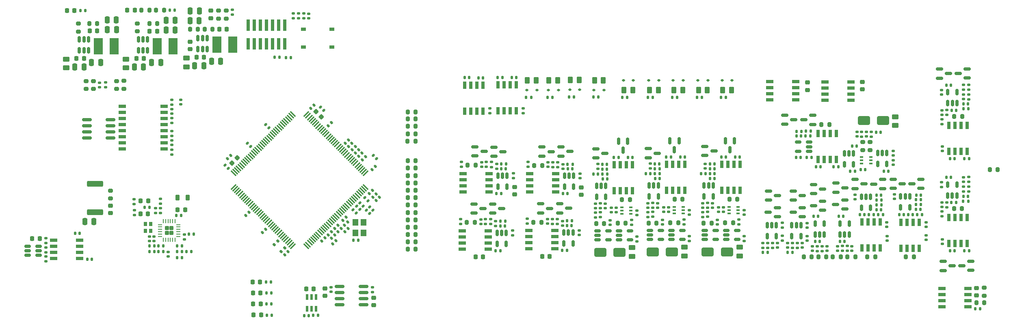
<source format=gtp>
G04 #@! TF.GenerationSoftware,KiCad,Pcbnew,8.0.9-8.0.9-0~ubuntu24.04.1*
G04 #@! TF.CreationDate,2025-10-26T13:13:23-04:00*
G04 #@! TF.ProjectId,analog_i,616e616c-6f67-45f6-992e-6b696361645f,rev?*
G04 #@! TF.SameCoordinates,Original*
G04 #@! TF.FileFunction,Paste,Top*
G04 #@! TF.FilePolarity,Positive*
%FSLAX46Y46*%
G04 Gerber Fmt 4.6, Leading zero omitted, Abs format (unit mm)*
G04 Created by KiCad (PCBNEW 8.0.9-8.0.9-0~ubuntu24.04.1) date 2025-10-26 13:13:23*
%MOMM*%
%LPD*%
G01*
G04 APERTURE LIST*
G04 Aperture macros list*
%AMRoundRect*
0 Rectangle with rounded corners*
0 $1 Rounding radius*
0 $2 $3 $4 $5 $6 $7 $8 $9 X,Y pos of 4 corners*
0 Add a 4 corners polygon primitive as box body*
4,1,4,$2,$3,$4,$5,$6,$7,$8,$9,$2,$3,0*
0 Add four circle primitives for the rounded corners*
1,1,$1+$1,$2,$3*
1,1,$1+$1,$4,$5*
1,1,$1+$1,$6,$7*
1,1,$1+$1,$8,$9*
0 Add four rect primitives between the rounded corners*
20,1,$1+$1,$2,$3,$4,$5,0*
20,1,$1+$1,$4,$5,$6,$7,0*
20,1,$1+$1,$6,$7,$8,$9,0*
20,1,$1+$1,$8,$9,$2,$3,0*%
%AMRotRect*
0 Rectangle, with rotation*
0 The origin of the aperture is its center*
0 $1 length*
0 $2 width*
0 $3 Rotation angle, in degrees counterclockwise*
0 Add horizontal line*
21,1,$1,$2,0,0,$3*%
%AMFreePoly0*
4,1,25,0.266375,0.443630,0.297109,0.420047,0.420047,0.297109,0.458455,0.230584,0.463512,0.192176,0.463512,-0.192176,0.443630,-0.266375,0.420047,-0.297109,0.297109,-0.420047,0.230584,-0.458455,0.192176,-0.463512,-0.192176,-0.463512,-0.266375,-0.443630,-0.297109,-0.420047,-0.420047,-0.297109,-0.458455,-0.230584,-0.463512,-0.192176,-0.463512,0.192176,-0.443630,0.266375,-0.420047,0.297109,
-0.297109,0.420047,-0.230584,0.458455,-0.192176,0.463512,0.192176,0.463512,0.266375,0.443630,0.266375,0.443630,$1*%
G04 Aperture macros list end*
%ADD10RoundRect,0.150000X0.587500X0.150000X-0.587500X0.150000X-0.587500X-0.150000X0.587500X-0.150000X0*%
%ADD11RoundRect,0.250000X0.262500X0.450000X-0.262500X0.450000X-0.262500X-0.450000X0.262500X-0.450000X0*%
%ADD12RoundRect,0.140000X-0.170000X0.140000X-0.170000X-0.140000X0.170000X-0.140000X0.170000X0.140000X0*%
%ADD13R,0.740000X2.400000*%
%ADD14R,1.525000X0.700000*%
%ADD15RoundRect,0.225000X0.225000X0.250000X-0.225000X0.250000X-0.225000X-0.250000X0.225000X-0.250000X0*%
%ADD16RoundRect,0.200000X-0.200000X-0.275000X0.200000X-0.275000X0.200000X0.275000X-0.200000X0.275000X0*%
%ADD17RoundRect,0.140000X0.170000X-0.140000X0.170000X0.140000X-0.170000X0.140000X-0.170000X-0.140000X0*%
%ADD18RoundRect,0.150000X-0.512500X-0.150000X0.512500X-0.150000X0.512500X0.150000X-0.512500X0.150000X0*%
%ADD19RoundRect,0.135000X-0.185000X0.135000X-0.185000X-0.135000X0.185000X-0.135000X0.185000X0.135000X0*%
%ADD20RoundRect,0.150000X-0.150000X0.512500X-0.150000X-0.512500X0.150000X-0.512500X0.150000X0.512500X0*%
%ADD21RoundRect,0.200000X0.275000X-0.200000X0.275000X0.200000X-0.275000X0.200000X-0.275000X-0.200000X0*%
%ADD22RoundRect,0.135000X0.185000X-0.135000X0.185000X0.135000X-0.185000X0.135000X-0.185000X-0.135000X0*%
%ADD23RoundRect,0.150000X-0.587500X-0.150000X0.587500X-0.150000X0.587500X0.150000X-0.587500X0.150000X0*%
%ADD24RoundRect,0.200000X-0.275000X0.200000X-0.275000X-0.200000X0.275000X-0.200000X0.275000X0.200000X0*%
%ADD25RoundRect,0.135000X0.135000X0.185000X-0.135000X0.185000X-0.135000X-0.185000X0.135000X-0.185000X0*%
%ADD26RoundRect,0.112500X0.187500X0.112500X-0.187500X0.112500X-0.187500X-0.112500X0.187500X-0.112500X0*%
%ADD27RoundRect,0.140000X0.140000X0.170000X-0.140000X0.170000X-0.140000X-0.170000X0.140000X-0.170000X0*%
%ADD28RoundRect,0.140000X-0.021213X0.219203X-0.219203X0.021213X0.021213X-0.219203X0.219203X-0.021213X0*%
%ADD29RoundRect,0.135000X-0.135000X-0.185000X0.135000X-0.185000X0.135000X0.185000X-0.135000X0.185000X0*%
%ADD30RoundRect,0.140000X0.021213X-0.219203X0.219203X-0.021213X-0.021213X0.219203X-0.219203X0.021213X0*%
%ADD31RoundRect,0.135000X-0.035355X0.226274X-0.226274X0.035355X0.035355X-0.226274X0.226274X-0.035355X0*%
%ADD32RoundRect,0.200000X0.200000X0.275000X-0.200000X0.275000X-0.200000X-0.275000X0.200000X-0.275000X0*%
%ADD33RoundRect,0.140000X-0.140000X-0.170000X0.140000X-0.170000X0.140000X0.170000X-0.140000X0.170000X0*%
%ADD34R,0.700000X1.525000*%
%ADD35RoundRect,0.218750X-0.218750X-0.256250X0.218750X-0.256250X0.218750X0.256250X-0.218750X0.256250X0*%
%ADD36RoundRect,0.225000X0.250000X-0.225000X0.250000X0.225000X-0.250000X0.225000X-0.250000X-0.225000X0*%
%ADD37RoundRect,0.225000X-0.250000X0.225000X-0.250000X-0.225000X0.250000X-0.225000X0.250000X0.225000X0*%
%ADD38RoundRect,0.250000X-0.250000X-0.475000X0.250000X-0.475000X0.250000X0.475000X-0.250000X0.475000X0*%
%ADD39RoundRect,0.140000X-0.219203X-0.021213X-0.021213X-0.219203X0.219203X0.021213X0.021213X0.219203X0*%
%ADD40RoundRect,0.250000X0.250000X0.475000X-0.250000X0.475000X-0.250000X-0.475000X0.250000X-0.475000X0*%
%ADD41RotRect,0.300000X1.475000X225.000000*%
%ADD42RotRect,0.300000X1.475000X135.000000*%
%ADD43RoundRect,0.150000X0.512500X0.150000X-0.512500X0.150000X-0.512500X-0.150000X0.512500X-0.150000X0*%
%ADD44RoundRect,0.250000X-0.450000X0.262500X-0.450000X-0.262500X0.450000X-0.262500X0.450000X0.262500X0*%
%ADD45RoundRect,0.225000X-0.225000X-0.250000X0.225000X-0.250000X0.225000X0.250000X-0.225000X0.250000X0*%
%ADD46RoundRect,0.150000X0.150000X-0.512500X0.150000X0.512500X-0.150000X0.512500X-0.150000X-0.512500X0*%
%ADD47RoundRect,0.112500X-0.187500X-0.112500X0.187500X-0.112500X0.187500X0.112500X-0.187500X0.112500X0*%
%ADD48RoundRect,0.250000X1.000000X0.650000X-1.000000X0.650000X-1.000000X-0.650000X1.000000X-0.650000X0*%
%ADD49RoundRect,0.140000X0.219203X0.021213X0.021213X0.219203X-0.219203X-0.021213X-0.021213X-0.219203X0*%
%ADD50R,1.900000X3.400000*%
%ADD51RoundRect,0.250000X-1.000000X-0.650000X1.000000X-0.650000X1.000000X0.650000X-1.000000X0.650000X0*%
%ADD52RoundRect,0.150000X-0.150000X0.587500X-0.150000X-0.587500X0.150000X-0.587500X0.150000X0.587500X0*%
%ADD53RoundRect,0.250000X-1.425000X0.362500X-1.425000X-0.362500X1.425000X-0.362500X1.425000X0.362500X0*%
%ADD54R,0.600000X1.200000*%
%ADD55RoundRect,0.100000X0.225000X0.100000X-0.225000X0.100000X-0.225000X-0.100000X0.225000X-0.100000X0*%
%ADD56RoundRect,0.100000X-0.225000X-0.100000X0.225000X-0.100000X0.225000X0.100000X-0.225000X0.100000X0*%
%ADD57RoundRect,0.150000X0.825000X0.150000X-0.825000X0.150000X-0.825000X-0.150000X0.825000X-0.150000X0*%
%ADD58R,1.200000X1.400000*%
%ADD59RoundRect,0.150000X-0.825000X-0.150000X0.825000X-0.150000X0.825000X0.150000X-0.825000X0.150000X0*%
%ADD60RoundRect,0.225000X0.335876X0.017678X0.017678X0.335876X-0.335876X-0.017678X-0.017678X-0.335876X0*%
%ADD61RoundRect,0.250000X0.450000X-0.262500X0.450000X0.262500X-0.450000X0.262500X-0.450000X-0.262500X0*%
%ADD62RoundRect,0.218750X0.256250X-0.218750X0.256250X0.218750X-0.256250X0.218750X-0.256250X-0.218750X0*%
%ADD63FreePoly0,0.000000*%
%ADD64RoundRect,0.062500X-0.375000X-0.062500X0.375000X-0.062500X0.375000X0.062500X-0.375000X0.062500X0*%
%ADD65RoundRect,0.062500X-0.062500X-0.375000X0.062500X-0.375000X0.062500X0.375000X-0.062500X0.375000X0*%
%ADD66RoundRect,0.135000X0.035355X-0.226274X0.226274X-0.035355X-0.035355X0.226274X-0.226274X0.035355X0*%
%ADD67R,0.800000X0.900000*%
%ADD68R,1.000000X0.750000*%
%ADD69RoundRect,0.218750X0.218750X0.381250X-0.218750X0.381250X-0.218750X-0.381250X0.218750X-0.381250X0*%
%ADD70R,1.645000X0.800000*%
%ADD71RoundRect,0.225000X0.017678X-0.335876X0.335876X-0.017678X-0.017678X0.335876X-0.335876X0.017678X0*%
G04 APERTURE END LIST*
D10*
G04 #@! TO.C,Q43002*
X205164500Y-105633900D03*
X205164500Y-103733900D03*
X203289500Y-104683900D03*
G04 #@! TD*
D11*
G04 #@! TO.C,R55002*
X145460300Y-78564400D03*
X143635300Y-78564400D03*
G04 #@! TD*
D12*
G04 #@! TO.C,C47004*
X196784500Y-108288900D03*
X196784500Y-109248900D03*
G04 #@! TD*
G04 #@! TO.C,R26001*
X188838750Y-111078050D03*
X188838750Y-112038050D03*
G04 #@! TD*
D13*
G04 #@! TO.C,J6001*
X93076273Y-66996301D03*
X93076273Y-70896301D03*
X91806273Y-66996301D03*
X91806273Y-70896301D03*
X90536273Y-66996301D03*
X90536273Y-70896301D03*
X89266273Y-66996301D03*
X89266273Y-70896301D03*
X87996273Y-66996301D03*
X87996273Y-70896301D03*
X86726273Y-66996301D03*
X86726273Y-70896301D03*
X85456273Y-66996301D03*
X85456273Y-70896301D03*
G04 #@! TD*
D10*
G04 #@! TO.C,Q37002*
X225677000Y-101083900D03*
X225677000Y-99183900D03*
X223802000Y-100133900D03*
G04 #@! TD*
D14*
G04 #@! TO.C,IC17004*
X130055600Y-109919600D03*
X130055600Y-111189600D03*
X130055600Y-112459600D03*
X130055600Y-113729600D03*
X135479600Y-113729600D03*
X135479600Y-112459600D03*
X135479600Y-111189600D03*
X135479600Y-109919600D03*
G04 #@! TD*
D15*
G04 #@! TO.C,C11002*
X63669473Y-73984501D03*
X62119473Y-73984501D03*
G04 #@! TD*
G04 #@! TO.C,C8001*
X41957046Y-111546597D03*
X40407046Y-111546597D03*
G04 #@! TD*
D16*
G04 #@! TO.C,R5006*
X162473400Y-108383900D03*
X164123400Y-108383900D03*
G04 #@! TD*
D17*
G04 #@! TO.C,C23003*
X172054500Y-105963900D03*
X172054500Y-105003900D03*
G04 #@! TD*
D18*
G04 #@! TO.C,IC5002*
X162719700Y-109923100D03*
X162719700Y-110873100D03*
X162719700Y-111823100D03*
X164994700Y-111823100D03*
X164994700Y-109923100D03*
G04 #@! TD*
D19*
G04 #@! TO.C,R7017*
X67105400Y-103262800D03*
X67105400Y-104282800D03*
G04 #@! TD*
D20*
G04 #@! TO.C,IC4003*
X218564500Y-93741900D03*
X217614500Y-93741900D03*
X216664500Y-93741900D03*
X216664500Y-96016900D03*
X218564500Y-96016900D03*
G04 #@! TD*
D21*
G04 #@! TO.C,R3002*
X238835000Y-123466400D03*
X238835000Y-121816400D03*
G04 #@! TD*
D22*
G04 #@! TO.C,R8005*
X43264273Y-116346597D03*
X43264273Y-115326597D03*
G04 #@! TD*
D23*
G04 #@! TO.C,Q39001*
X211889500Y-99221400D03*
X211889500Y-101121400D03*
X213764500Y-100171400D03*
G04 #@! TD*
D17*
G04 #@! TO.C,C47002*
X192700100Y-113479100D03*
X192700100Y-112519100D03*
G04 #@! TD*
D24*
G04 #@! TO.C,R7021*
X59522273Y-78664301D03*
X59522273Y-80314301D03*
G04 #@! TD*
D25*
G04 #@! TO.C,R38002*
X217748200Y-106558400D03*
X216728200Y-106558400D03*
G04 #@! TD*
D26*
G04 #@! TO.C,D55001*
X145617000Y-80596400D03*
X143517000Y-80596400D03*
G04 #@! TD*
D27*
G04 #@! TO.C,C29001*
X153001600Y-97019601D03*
X152041600Y-97019601D03*
G04 #@! TD*
D28*
G04 #@! TO.C,C6001*
X101425400Y-111407800D03*
X100746578Y-112086622D03*
G04 #@! TD*
D22*
G04 #@! TO.C,R28001*
X143767001Y-96591400D03*
X143767001Y-95571400D03*
G04 #@! TD*
D29*
G04 #@! TO.C,R33002*
X138157000Y-96001401D03*
X139177000Y-96001401D03*
G04 #@! TD*
D27*
G04 #@! TO.C,R4001*
X214047000Y-97196400D03*
X213087000Y-97196400D03*
G04 #@! TD*
D10*
G04 #@! TO.C,Q19001*
X235314500Y-78073900D03*
X235314500Y-76173900D03*
X233439500Y-77123900D03*
G04 #@! TD*
D30*
G04 #@! TO.C,C6013*
X111265989Y-97207211D03*
X111944811Y-96528389D03*
G04 #@! TD*
D31*
G04 #@! TO.C,R6022*
X91599963Y-112111538D03*
X90878715Y-112832786D03*
G04 #@! TD*
D32*
G04 #@! TO.C,R6017*
X120322800Y-89679200D03*
X118672800Y-89679200D03*
G04 #@! TD*
D22*
G04 #@! TO.C,R8007*
X43264273Y-114421597D03*
X43264273Y-113401597D03*
G04 #@! TD*
D33*
G04 #@! TO.C,C17004*
X184046950Y-94528050D03*
X185006950Y-94528050D03*
G04 #@! TD*
D34*
G04 #@! TO.C,IC4001*
X208007000Y-89607400D03*
X206737000Y-89607400D03*
X205467000Y-89607400D03*
X204197000Y-89607400D03*
X204197000Y-95031400D03*
X205467000Y-95031400D03*
X206737000Y-95031400D03*
X208007000Y-95031400D03*
G04 #@! TD*
D17*
G04 #@! TO.C,C5010*
X160860000Y-108688700D03*
X160860000Y-107728700D03*
G04 #@! TD*
D32*
G04 #@! TO.C,R6002*
X120346200Y-112216400D03*
X118696200Y-112216400D03*
G04 #@! TD*
D25*
G04 #@! TO.C,R57001*
X153347000Y-82031400D03*
X152327000Y-82031400D03*
G04 #@! TD*
D35*
G04 #@! TO.C,D6004*
X86342900Y-120652800D03*
X87917900Y-120652800D03*
G04 #@! TD*
D27*
G04 #@! TO.C,C21004*
X160267500Y-99098700D03*
X159307500Y-99098700D03*
G04 #@! TD*
D17*
G04 #@! TO.C,C17006*
X230042450Y-104985450D03*
X230042450Y-104025450D03*
G04 #@! TD*
D20*
G04 #@! TO.C,U47001*
X195497300Y-108790500D03*
X194547300Y-108790500D03*
X193597300Y-108790500D03*
X193597300Y-111065500D03*
X195497300Y-111065500D03*
G04 #@! TD*
D36*
G04 #@! TO.C,C3001*
X202054000Y-80554800D03*
X202054000Y-79004800D03*
G04 #@! TD*
D12*
G04 #@! TO.C,C31002*
X150931600Y-107889600D03*
X150931600Y-108849600D03*
G04 #@! TD*
G04 #@! TO.C,C9002*
X234527850Y-100749550D03*
X234527850Y-101709550D03*
G04 #@! TD*
D17*
G04 #@! TO.C,C7007*
X71337773Y-83574805D03*
X71337773Y-82614805D03*
G04 #@! TD*
D37*
G04 #@! TO.C,C28001*
X154847000Y-100856400D03*
X154847000Y-102406400D03*
G04 #@! TD*
D32*
G04 #@! TO.C,R3001*
X241662000Y-97191400D03*
X240012000Y-97191400D03*
G04 #@! TD*
D19*
G04 #@! TO.C,R8006*
X43264273Y-111481597D03*
X43264273Y-112501597D03*
G04 #@! TD*
D12*
G04 #@! TO.C,C47001*
X195771700Y-112488100D03*
X195771700Y-113448100D03*
G04 #@! TD*
D11*
G04 #@! TO.C,R51001*
X181114000Y-80587400D03*
X179289000Y-80587400D03*
G04 #@! TD*
D22*
G04 #@! TO.C,R7016*
X69553073Y-90148101D03*
X69553073Y-89128101D03*
G04 #@! TD*
G04 #@! TO.C,R7015*
X61641273Y-104376301D03*
X61641273Y-103356301D03*
G04 #@! TD*
D33*
G04 #@! TO.C,C17003*
X181669800Y-97010501D03*
X182629800Y-97010501D03*
G04 #@! TD*
D29*
G04 #@! TO.C,R12005*
X69053073Y-63871301D03*
X70073073Y-63871301D03*
G04 #@! TD*
G04 #@! TO.C,R6026*
X89265400Y-122927800D03*
X90285400Y-122927800D03*
G04 #@! TD*
D35*
G04 #@! TO.C,D12004*
X47658773Y-63946597D03*
X49233773Y-63946597D03*
G04 #@! TD*
D17*
G04 #@! TO.C,C13010*
X171797000Y-108603900D03*
X171797000Y-107643900D03*
G04 #@! TD*
D34*
G04 #@! TO.C,IC53001*
X130567000Y-84979100D03*
X131837000Y-84979100D03*
X133107000Y-84979100D03*
X134377000Y-84979100D03*
X134377000Y-79555100D03*
X133107000Y-79555100D03*
X131837000Y-79555100D03*
X130567000Y-79555100D03*
G04 #@! TD*
D12*
G04 #@! TO.C,R5004*
X158297700Y-96023800D03*
X158297700Y-96983800D03*
G04 #@! TD*
D38*
G04 #@! TO.C,C8003*
X51366273Y-108006597D03*
X53266273Y-108006597D03*
G04 #@! TD*
D32*
G04 #@! TO.C,R18002*
X146552000Y-108141400D03*
X144902000Y-108141400D03*
G04 #@! TD*
D29*
G04 #@! TO.C,R7008*
X70577400Y-113063800D03*
X71597400Y-113063800D03*
G04 #@! TD*
D19*
G04 #@! TO.C,R22001*
X148947000Y-95621401D03*
X148947000Y-96641401D03*
G04 #@! TD*
D12*
G04 #@! TO.C,C36003*
X226714600Y-110846200D03*
X226714600Y-111806200D03*
G04 #@! TD*
D33*
G04 #@! TO.C,C15006*
X231738800Y-94877600D03*
X232698800Y-94877600D03*
G04 #@! TD*
D19*
G04 #@! TO.C,R18001*
X148807000Y-107471400D03*
X148807000Y-108491400D03*
G04 #@! TD*
D16*
G04 #@! TO.C,R38001*
X214482800Y-115372200D03*
X216132800Y-115372200D03*
G04 #@! TD*
D22*
G04 #@! TO.C,R17001*
X230067850Y-106950450D03*
X230067850Y-105930450D03*
G04 #@! TD*
D38*
G04 #@! TO.C,C14007*
X73352473Y-64080501D03*
X75252473Y-64080501D03*
G04 #@! TD*
D39*
G04 #@! TO.C,C6038*
X85235552Y-91642127D03*
X85914374Y-92320949D03*
G04 #@! TD*
D29*
G04 #@! TO.C,R7007*
X73097400Y-110603800D03*
X74117400Y-110603800D03*
G04 #@! TD*
D40*
G04 #@! TO.C,C11007*
X70229473Y-65984501D03*
X68329473Y-65984501D03*
G04 #@! TD*
D16*
G04 #@! TO.C,R12007*
X63188073Y-63931301D03*
X64838073Y-63931301D03*
G04 #@! TD*
D34*
G04 #@! TO.C,IC9001*
X235325650Y-107155450D03*
X234055650Y-107155450D03*
X232785650Y-107155450D03*
X231515650Y-107155450D03*
X231515650Y-112579450D03*
X232785650Y-112579450D03*
X234055650Y-112579450D03*
X235325650Y-112579450D03*
G04 #@! TD*
D41*
G04 #@! TO.C,IC6001*
X97561128Y-113157897D03*
X97914682Y-112804344D03*
X98268235Y-112450790D03*
X98621788Y-112097237D03*
X98975342Y-111743683D03*
X99328895Y-111390130D03*
X99682449Y-111036577D03*
X100036002Y-110683023D03*
X100389555Y-110329470D03*
X100743109Y-109975916D03*
X101096662Y-109622363D03*
X101450216Y-109268810D03*
X101803769Y-108915256D03*
X102157322Y-108561703D03*
X102510876Y-108208149D03*
X102864429Y-107854596D03*
X103217983Y-107501043D03*
X103571536Y-107147489D03*
X103925089Y-106793936D03*
X104278643Y-106440383D03*
X104632196Y-106086829D03*
X104985749Y-105733276D03*
X105339303Y-105379722D03*
X105692856Y-105026169D03*
X106046410Y-104672616D03*
X106399963Y-104319062D03*
X106753516Y-103965509D03*
X107107070Y-103611955D03*
X107460623Y-103258402D03*
X107814177Y-102904849D03*
X108167730Y-102551295D03*
X108521283Y-102197742D03*
X108874837Y-101844188D03*
X109228390Y-101490635D03*
X109581944Y-101137082D03*
X109935497Y-100783528D03*
D42*
X109935497Y-97972072D03*
X109581944Y-97618518D03*
X109228390Y-97264965D03*
X108874837Y-96911412D03*
X108521283Y-96557858D03*
X108167730Y-96204305D03*
X107814177Y-95850751D03*
X107460623Y-95497198D03*
X107107070Y-95143645D03*
X106753516Y-94790091D03*
X106399963Y-94436538D03*
X106046410Y-94082984D03*
X105692856Y-93729431D03*
X105339303Y-93375878D03*
X104985749Y-93022324D03*
X104632196Y-92668771D03*
X104278643Y-92315217D03*
X103925089Y-91961664D03*
X103571536Y-91608111D03*
X103217983Y-91254557D03*
X102864429Y-90901004D03*
X102510876Y-90547451D03*
X102157322Y-90193897D03*
X101803769Y-89840344D03*
X101450216Y-89486790D03*
X101096662Y-89133237D03*
X100743109Y-88779684D03*
X100389555Y-88426130D03*
X100036002Y-88072577D03*
X99682449Y-87719023D03*
X99328895Y-87365470D03*
X98975342Y-87011917D03*
X98621788Y-86658363D03*
X98268235Y-86304810D03*
X97914682Y-85951256D03*
X97561128Y-85597703D03*
D41*
X94749672Y-85597703D03*
X94396118Y-85951256D03*
X94042565Y-86304810D03*
X93689012Y-86658363D03*
X93335458Y-87011917D03*
X92981905Y-87365470D03*
X92628351Y-87719023D03*
X92274798Y-88072577D03*
X91921245Y-88426130D03*
X91567691Y-88779684D03*
X91214138Y-89133237D03*
X90860584Y-89486790D03*
X90507031Y-89840344D03*
X90153478Y-90193897D03*
X89799924Y-90547451D03*
X89446371Y-90901004D03*
X89092817Y-91254557D03*
X88739264Y-91608111D03*
X88385711Y-91961664D03*
X88032157Y-92315217D03*
X87678604Y-92668771D03*
X87325051Y-93022324D03*
X86971497Y-93375878D03*
X86617944Y-93729431D03*
X86264390Y-94082984D03*
X85910837Y-94436538D03*
X85557284Y-94790091D03*
X85203730Y-95143645D03*
X84850177Y-95497198D03*
X84496623Y-95850751D03*
X84143070Y-96204305D03*
X83789517Y-96557858D03*
X83435963Y-96911412D03*
X83082410Y-97264965D03*
X82728856Y-97618518D03*
X82375303Y-97972072D03*
D42*
X82375303Y-100783528D03*
X82728856Y-101137082D03*
X83082410Y-101490635D03*
X83435963Y-101844188D03*
X83789517Y-102197742D03*
X84143070Y-102551295D03*
X84496623Y-102904849D03*
X84850177Y-103258402D03*
X85203730Y-103611955D03*
X85557284Y-103965509D03*
X85910837Y-104319062D03*
X86264390Y-104672616D03*
X86617944Y-105026169D03*
X86971497Y-105379722D03*
X87325051Y-105733276D03*
X87678604Y-106086829D03*
X88032157Y-106440383D03*
X88385711Y-106793936D03*
X88739264Y-107147489D03*
X89092817Y-107501043D03*
X89446371Y-107854596D03*
X89799924Y-108208149D03*
X90153478Y-108561703D03*
X90507031Y-108915256D03*
X90860584Y-109268810D03*
X91214138Y-109622363D03*
X91567691Y-109975916D03*
X91921245Y-110329470D03*
X92274798Y-110683023D03*
X92628351Y-111036577D03*
X92981905Y-111390130D03*
X93335458Y-111743683D03*
X93689012Y-112097237D03*
X94042565Y-112450790D03*
X94396118Y-112804344D03*
X94749672Y-113157897D03*
G04 #@! TD*
D43*
G04 #@! TO.C,U15001*
X202371700Y-93346800D03*
X202371700Y-92396800D03*
X202371700Y-91446800D03*
X200096700Y-91446800D03*
X200096700Y-93346800D03*
G04 #@! TD*
D30*
G04 #@! TO.C,C6012*
X110675400Y-102207800D03*
X111354222Y-101528978D03*
G04 #@! TD*
D27*
G04 #@! TO.C,C17008*
X231922050Y-98798550D03*
X230962050Y-98798550D03*
G04 #@! TD*
D22*
G04 #@! TO.C,R29001*
X149987000Y-96651401D03*
X149987000Y-95631401D03*
G04 #@! TD*
D17*
G04 #@! TO.C,R9006*
X162117500Y-106058700D03*
X162117500Y-105098700D03*
G04 #@! TD*
D12*
G04 #@! TO.C,C17009*
X229947000Y-80581400D03*
X229947000Y-81541400D03*
G04 #@! TD*
D25*
G04 #@! TO.C,R7003*
X65847400Y-113063800D03*
X64827400Y-113063800D03*
G04 #@! TD*
D12*
G04 #@! TO.C,C14001*
X134082400Y-95633200D03*
X134082400Y-96593200D03*
G04 #@! TD*
D44*
G04 #@! TO.C,R17003*
X187848650Y-113359750D03*
X187848650Y-115184750D03*
G04 #@! TD*
D45*
G04 #@! TO.C,C34001*
X132817000Y-115361400D03*
X134367000Y-115361400D03*
G04 #@! TD*
D22*
G04 #@! TO.C,R6028*
X97016273Y-65616301D03*
X97016273Y-64596301D03*
G04 #@! TD*
D27*
G04 #@! TO.C,C4010*
X218882600Y-97478800D03*
X217922600Y-97478800D03*
G04 #@! TD*
G04 #@! TO.C,C41003*
X209457000Y-106943900D03*
X208497000Y-106943900D03*
G04 #@! TD*
D17*
G04 #@! TO.C,R23002*
X173054500Y-105973900D03*
X173054500Y-105013900D03*
G04 #@! TD*
D34*
G04 #@! TO.C,IC13001*
X172660600Y-101491900D03*
X173930600Y-101491900D03*
X175200600Y-101491900D03*
X176470600Y-101491900D03*
X176470600Y-96067900D03*
X175200600Y-96067900D03*
X173930600Y-96067900D03*
X172660600Y-96067900D03*
G04 #@! TD*
D12*
G04 #@! TO.C,R4004*
X213322000Y-89329401D03*
X213322000Y-90289401D03*
G04 #@! TD*
D33*
G04 #@! TO.C,C9003*
X234512850Y-102719550D03*
X235472850Y-102719550D03*
G04 #@! TD*
D17*
G04 #@! TO.C,C26002*
X188808750Y-106608050D03*
X188808750Y-105648050D03*
G04 #@! TD*
D34*
G04 #@! TO.C,IC15001*
X235333800Y-87903600D03*
X234063800Y-87903600D03*
X232793800Y-87903600D03*
X231523800Y-87903600D03*
X231523800Y-93327600D03*
X232793800Y-93327600D03*
X234063800Y-93327600D03*
X235333800Y-93327600D03*
G04 #@! TD*
D20*
G04 #@! TO.C,U29001*
X153271600Y-98482101D03*
X152321600Y-98482101D03*
X151371600Y-98482101D03*
X151371600Y-100757101D03*
X153271600Y-100757101D03*
G04 #@! TD*
D32*
G04 #@! TO.C,R6013*
X120326200Y-95341400D03*
X118676200Y-95341400D03*
G04 #@! TD*
D20*
G04 #@! TO.C,U27001*
X182361150Y-100460150D03*
X181411150Y-100460150D03*
X180461150Y-100460150D03*
X180461150Y-102735150D03*
X182361150Y-102735150D03*
G04 #@! TD*
D33*
G04 #@! TO.C,C15003*
X234521000Y-83467700D03*
X235481000Y-83467700D03*
G04 #@! TD*
D30*
G04 #@! TO.C,C6032*
X84905552Y-106775949D03*
X85584374Y-106097127D03*
G04 #@! TD*
D25*
G04 #@! TO.C,R55001*
X144407200Y-82114500D03*
X143387200Y-82114500D03*
G04 #@! TD*
D10*
G04 #@! TO.C,Q39002*
X217702000Y-101131400D03*
X217702000Y-99231400D03*
X215827000Y-100181400D03*
G04 #@! TD*
D12*
G04 #@! TO.C,C18001*
X147807000Y-107511400D03*
X147807000Y-108471400D03*
G04 #@! TD*
D25*
G04 #@! TO.C,R46001*
X193695700Y-114463500D03*
X192675700Y-114463500D03*
G04 #@! TD*
D46*
G04 #@! TO.C,U41001*
X208814800Y-110693900D03*
X209764800Y-110693900D03*
X210714800Y-110693900D03*
X210714800Y-108418900D03*
X208814800Y-108418900D03*
G04 #@! TD*
D22*
G04 #@! TO.C,R19002*
X231041200Y-85766200D03*
X231041200Y-84746200D03*
G04 #@! TD*
D27*
G04 #@! TO.C,C4007*
X211897600Y-97504200D03*
X210937600Y-97504200D03*
G04 #@! TD*
D18*
G04 #@! TO.C,IC13002*
X173656700Y-109838300D03*
X173656700Y-110788300D03*
X173656700Y-111738300D03*
X175931700Y-111738300D03*
X175931700Y-109838300D03*
G04 #@! TD*
D17*
G04 #@! TO.C,C27002*
X180176750Y-105153950D03*
X180176750Y-104193950D03*
G04 #@! TD*
D47*
G04 #@! TO.C,D51001*
X179153400Y-78530000D03*
X181253400Y-78530000D03*
G04 #@! TD*
D29*
G04 #@! TO.C,R7002*
X66747400Y-114293800D03*
X67767400Y-114293800D03*
G04 #@! TD*
D27*
G04 #@! TO.C,C5002*
X160217500Y-96061400D03*
X159257500Y-96061400D03*
G04 #@! TD*
D33*
G04 #@! TO.C,C5003*
X159260300Y-97070501D03*
X160220300Y-97070501D03*
G04 #@! TD*
D25*
G04 #@! TO.C,R36002*
X225915200Y-106558000D03*
X224895200Y-106558000D03*
G04 #@! TD*
D12*
G04 #@! TO.C,C37004*
X220177000Y-102311400D03*
X220177000Y-103271400D03*
G04 #@! TD*
D16*
G04 #@! TO.C,R17002*
X185753650Y-103350250D03*
X187403650Y-103350250D03*
G04 #@! TD*
D19*
G04 #@! TO.C,R7013*
X69553073Y-86435701D03*
X69553073Y-87455701D03*
G04 #@! TD*
D27*
G04 #@! TO.C,C15004*
X235695000Y-94878000D03*
X234735000Y-94878000D03*
G04 #@! TD*
D29*
G04 #@! TO.C,R35002*
X137986600Y-107929600D03*
X139006600Y-107929600D03*
G04 #@! TD*
D27*
G04 #@! TO.C,C7008*
X71427400Y-106773800D03*
X70467400Y-106773800D03*
G04 #@! TD*
D12*
G04 #@! TO.C,C35002*
X137036600Y-107939600D03*
X137036600Y-108899600D03*
G04 #@! TD*
D20*
G04 #@! TO.C,U24001*
X170906900Y-100456000D03*
X169956900Y-100456000D03*
X169006900Y-100456000D03*
X169006900Y-102731000D03*
X170906900Y-102731000D03*
G04 #@! TD*
D16*
G04 #@! TO.C,R5002*
X163362400Y-103430900D03*
X165012400Y-103430900D03*
G04 #@! TD*
D39*
G04 #@! TO.C,C6039*
X89110552Y-87747127D03*
X89789374Y-88425949D03*
G04 #@! TD*
D23*
G04 #@! TO.C,Q35002*
X136429500Y-104371400D03*
X136429500Y-106271400D03*
X138304500Y-105321400D03*
G04 #@! TD*
D22*
G04 #@! TO.C,R7011*
X69553073Y-83645701D03*
X69553073Y-82625701D03*
G04 #@! TD*
D21*
G04 #@! TO.C,R4009*
X215042000Y-93079401D03*
X215042000Y-91429401D03*
G04 #@! TD*
D19*
G04 #@! TO.C,R43002*
X205072000Y-113132000D03*
X205072000Y-114152000D03*
G04 #@! TD*
D33*
G04 #@! TO.C,C31003*
X150921600Y-114049600D03*
X151881600Y-114049600D03*
G04 #@! TD*
D46*
G04 #@! TO.C,U43001*
X203620100Y-110679500D03*
X204570100Y-110679500D03*
X205520100Y-110679500D03*
X205520100Y-108404500D03*
X203620100Y-108404500D03*
G04 #@! TD*
D48*
G04 #@! TO.C,D17001*
X185225850Y-114323050D03*
X181225850Y-114323050D03*
G04 #@! TD*
D10*
G04 #@! TO.C,Q45002*
X200914500Y-107028900D03*
X200914500Y-105128900D03*
X199039500Y-106078900D03*
G04 #@! TD*
D19*
G04 #@! TO.C,R21001*
X158828000Y-104190900D03*
X158828000Y-105210900D03*
G04 #@! TD*
D46*
G04 #@! TO.C,U17002*
X231251450Y-102552250D03*
X232201450Y-102552250D03*
X233151450Y-102552250D03*
X233151450Y-100277250D03*
X231251450Y-100277250D03*
G04 #@! TD*
D18*
G04 #@! TO.C,IC17003*
X180620650Y-109866450D03*
X180620650Y-110816450D03*
X180620650Y-111766450D03*
X182895650Y-111766450D03*
X182895650Y-109866450D03*
G04 #@! TD*
D28*
G04 #@! TO.C,C6006*
X106294222Y-109448978D03*
X105615400Y-110127800D03*
G04 #@! TD*
D17*
G04 #@! TO.C,C21002*
X157785500Y-105234600D03*
X157785500Y-104274600D03*
G04 #@! TD*
G04 #@! TO.C,C24002*
X168725100Y-107054800D03*
X168725100Y-106094800D03*
G04 #@! TD*
D26*
G04 #@! TO.C,D56001*
X150082700Y-80554200D03*
X147982700Y-80554200D03*
G04 #@! TD*
D49*
G04 #@! TO.C,C6024*
X111444811Y-105657211D03*
X110765989Y-104978389D03*
G04 #@! TD*
D32*
G04 #@! TO.C,R4002*
X206555600Y-87776000D03*
X204905600Y-87776000D03*
G04 #@! TD*
D33*
G04 #@! TO.C,C54002*
X140374200Y-77977400D03*
X141334200Y-77977400D03*
G04 #@! TD*
D36*
G04 #@! TO.C,C3003*
X237275000Y-123406400D03*
X237275000Y-121856400D03*
G04 #@! TD*
D27*
G04 #@! TO.C,C37002*
X225652000Y-102468600D03*
X224692000Y-102468600D03*
G04 #@! TD*
D21*
G04 #@! TO.C,R4006*
X213522000Y-93079401D03*
X213522000Y-91429401D03*
G04 #@! TD*
D12*
G04 #@! TO.C,C38003*
X218592000Y-111023400D03*
X218592000Y-111983400D03*
G04 #@! TD*
D23*
G04 #@! TO.C,Q31001*
X146419500Y-104318900D03*
X146419500Y-106218900D03*
X148294500Y-105268900D03*
G04 #@! TD*
D12*
G04 #@! TO.C,C16001*
X230147000Y-92331400D03*
X230147000Y-93291400D03*
G04 #@! TD*
D28*
G04 #@! TO.C,C6002*
X102794811Y-110108389D03*
X102115989Y-110787211D03*
G04 #@! TD*
D33*
G04 #@! TO.C,C8005*
X49326273Y-110506301D03*
X50286273Y-110506301D03*
G04 #@! TD*
D22*
G04 #@! TO.C,R47001*
X193714300Y-113526900D03*
X193714300Y-112506900D03*
G04 #@! TD*
D15*
G04 #@! TO.C,C10005*
X51196073Y-73979197D03*
X49646073Y-73979197D03*
G04 #@! TD*
D23*
G04 #@! TO.C,Q21002*
X157899500Y-92841400D03*
X157899500Y-94741400D03*
X159774500Y-93791400D03*
G04 #@! TD*
D37*
G04 #@! TO.C,C6049*
X101417473Y-121974997D03*
X101417473Y-123524997D03*
G04 #@! TD*
D45*
G04 #@! TO.C,C14006*
X79420273Y-67890501D03*
X80970273Y-67890501D03*
G04 #@! TD*
D33*
G04 #@! TO.C,R4005*
X216292000Y-89379401D03*
X217252000Y-89379401D03*
G04 #@! TD*
D27*
G04 #@! TO.C,C39003*
X215787800Y-106583800D03*
X214827800Y-106583800D03*
G04 #@! TD*
D14*
G04 #@! TO.C,IC20001*
X130226000Y-97991400D03*
X130226000Y-99261400D03*
X130226000Y-100531400D03*
X130226000Y-101801400D03*
X135650000Y-101801400D03*
X135650000Y-100531400D03*
X135650000Y-99261400D03*
X135650000Y-97991400D03*
G04 #@! TD*
D28*
G04 #@! TO.C,C6031*
X106354222Y-90948978D03*
X105675400Y-91627800D03*
G04 #@! TD*
D29*
G04 #@! TO.C,R6030*
X90971273Y-73757800D03*
X91991273Y-73757800D03*
G04 #@! TD*
D30*
G04 #@! TO.C,C6021*
X103025400Y-112657800D03*
X103704222Y-111978978D03*
G04 #@! TD*
D20*
G04 #@! TO.C,IC4002*
X211582000Y-93761900D03*
X210632000Y-93761900D03*
X209682000Y-93761900D03*
X209682000Y-96036900D03*
X211582000Y-96036900D03*
G04 #@! TD*
D50*
G04 #@! TO.C,L14001*
X78926273Y-71116301D03*
X82226273Y-71116301D03*
G04 #@! TD*
D27*
G04 #@! TO.C,C5009*
X98046273Y-127621597D03*
X97086273Y-127621597D03*
G04 #@! TD*
D51*
G04 #@! TO.C,D4001*
X213802000Y-86969401D03*
X217802000Y-86969401D03*
G04 #@! TD*
D22*
G04 #@! TO.C,R35001*
X135952000Y-108551400D03*
X135952000Y-107531400D03*
G04 #@! TD*
D16*
G04 #@! TO.C,R13009*
X168914600Y-108324500D03*
X170564600Y-108324500D03*
G04 #@! TD*
D49*
G04 #@! TO.C,C6022*
X110744811Y-106357211D03*
X110065989Y-105678389D03*
G04 #@! TD*
D34*
G04 #@! TO.C,IC5001*
X161723600Y-101576700D03*
X162993600Y-101576700D03*
X164263600Y-101576700D03*
X165533600Y-101576700D03*
X165533600Y-96152700D03*
X164263600Y-96152700D03*
X162993600Y-96152700D03*
X161723600Y-96152700D03*
G04 #@! TD*
D16*
G04 #@! TO.C,R36001*
X222534000Y-115397200D03*
X224184000Y-115397200D03*
G04 #@! TD*
D38*
G04 #@! TO.C,C10002*
X52781073Y-74829197D03*
X54681073Y-74829197D03*
G04 #@! TD*
D23*
G04 #@! TO.C,Q24002*
X168859500Y-92801400D03*
X168859500Y-94701400D03*
X170734500Y-93751400D03*
G04 #@! TD*
D47*
G04 #@! TO.C,D49001*
X168951200Y-78504600D03*
X171051200Y-78504600D03*
G04 #@! TD*
D12*
G04 #@! TO.C,C45004*
X201917601Y-108322227D03*
X201917601Y-109282227D03*
G04 #@! TD*
D25*
G04 #@! TO.C,R56001*
X148877000Y-82071400D03*
X147857000Y-82071400D03*
G04 #@! TD*
D35*
G04 #@! TO.C,D12003*
X60215573Y-63931301D03*
X61790573Y-63931301D03*
G04 #@! TD*
D52*
G04 #@! TO.C,Q27001*
X186789500Y-91143900D03*
X184889500Y-91143900D03*
X185839500Y-93018900D03*
G04 #@! TD*
D23*
G04 #@! TO.C,Q27002*
X180629500Y-92308900D03*
X180629500Y-94208900D03*
X182504500Y-93258900D03*
G04 #@! TD*
D53*
G04 #@! TO.C,R8004*
X53546273Y-100133801D03*
X53546273Y-106058801D03*
G04 #@! TD*
D22*
G04 #@! TO.C,R19001*
X230076000Y-87698600D03*
X230076000Y-86678600D03*
G04 #@! TD*
D33*
G04 #@! TO.C,C35003*
X137026600Y-114099600D03*
X137986600Y-114099600D03*
G04 #@! TD*
D32*
G04 #@! TO.C,R6001*
X120346200Y-113741400D03*
X118696200Y-113741400D03*
G04 #@! TD*
D20*
G04 #@! TO.C,U39001*
X215140200Y-102880900D03*
X214190200Y-102880900D03*
X213240200Y-102880900D03*
X213240200Y-105155900D03*
X215140200Y-105155900D03*
G04 #@! TD*
D17*
G04 #@! TO.C,C24003*
X168722500Y-105149800D03*
X168722500Y-104189800D03*
G04 #@! TD*
D38*
G04 #@! TO.C,C11004*
X65306870Y-74847428D03*
X67206870Y-74847428D03*
G04 #@! TD*
D15*
G04 #@! TO.C,C10001*
X53951073Y-68239197D03*
X52401073Y-68239197D03*
G04 #@! TD*
D32*
G04 #@! TO.C,R6006*
X120346200Y-103016400D03*
X118696200Y-103016400D03*
G04 #@! TD*
D22*
G04 #@! TO.C,R53001*
X135819800Y-85426700D03*
X135819800Y-84406700D03*
G04 #@! TD*
D20*
G04 #@! TO.C,IC14001*
X76866773Y-69724801D03*
X75916773Y-69724801D03*
X74966773Y-69724801D03*
X74966773Y-71999801D03*
X75916773Y-71999801D03*
X76866773Y-71999801D03*
G04 #@! TD*
D19*
G04 #@! TO.C,R24002*
X169739600Y-106011100D03*
X169739600Y-107031100D03*
G04 #@! TD*
D27*
G04 #@! TO.C,C9004*
X235686850Y-114129850D03*
X234726850Y-114129850D03*
G04 #@! TD*
G04 #@! TO.C,C15008*
X200574200Y-94626800D03*
X199614200Y-94626800D03*
G04 #@! TD*
D28*
G04 #@! TO.C,C6003*
X103494222Y-110798978D03*
X102815400Y-111477800D03*
G04 #@! TD*
D12*
G04 #@! TO.C,C7011*
X69553073Y-84560701D03*
X69553073Y-85520701D03*
G04 #@! TD*
D28*
G04 #@! TO.C,C6037*
X99114811Y-83712389D03*
X98435989Y-84391211D03*
G04 #@! TD*
D23*
G04 #@! TO.C,Q41001*
X207909500Y-99991400D03*
X207909500Y-101891400D03*
X209784500Y-100941400D03*
G04 #@! TD*
D21*
G04 #@! TO.C,R7020*
X57966273Y-80331301D03*
X57966273Y-78681301D03*
G04 #@! TD*
D33*
G04 #@! TO.C,R17005*
X181695000Y-98029200D03*
X182655000Y-98029200D03*
G04 #@! TD*
D23*
G04 #@! TO.C,Q17001*
X230262000Y-116321400D03*
X230262000Y-118221400D03*
X232137000Y-117271400D03*
G04 #@! TD*
D40*
G04 #@! TO.C,C11003*
X63625470Y-75761828D03*
X61725470Y-75761828D03*
G04 #@! TD*
D27*
G04 #@! TO.C,C39002*
X217362600Y-102494400D03*
X216402600Y-102494400D03*
G04 #@! TD*
D12*
G04 #@! TO.C,C6048*
X102716273Y-121686597D03*
X102716273Y-122646597D03*
G04 #@! TD*
D32*
G04 #@! TO.C,R14002*
X132827401Y-96263200D03*
X131177401Y-96263200D03*
G04 #@! TD*
D30*
G04 #@! TO.C,C6020*
X106375400Y-92317800D03*
X107054222Y-91638978D03*
G04 #@! TD*
D33*
G04 #@! TO.C,C13004*
X172592700Y-94523900D03*
X173552700Y-94523900D03*
G04 #@! TD*
G04 #@! TO.C,C9006*
X231730650Y-114129450D03*
X232690650Y-114129450D03*
G04 #@! TD*
D24*
G04 #@! TO.C,R7022*
X51656273Y-78681301D03*
X51656273Y-80331301D03*
G04 #@! TD*
D23*
G04 #@! TO.C,Q29001*
X146689500Y-92461400D03*
X146689500Y-94361400D03*
X148564500Y-93411400D03*
G04 #@! TD*
D28*
G04 #@! TO.C,C6041*
X81828785Y-94232716D03*
X81149963Y-94911538D03*
G04 #@! TD*
D15*
G04 #@! TO.C,C11005*
X66429473Y-68259501D03*
X64879473Y-68259501D03*
G04 #@! TD*
D23*
G04 #@! TO.C,Q15002*
X197267000Y-85801400D03*
X197267000Y-87701400D03*
X199142000Y-86751400D03*
G04 #@! TD*
D17*
G04 #@! TO.C,C4008*
X219842000Y-96151400D03*
X219842000Y-95191400D03*
G04 #@! TD*
D39*
G04 #@! TO.C,C6010*
X108025400Y-104807800D03*
X108704222Y-105486622D03*
G04 #@! TD*
D54*
G04 #@! TO.C,IC5004*
X99581273Y-123721597D03*
X98631273Y-123721597D03*
X97681273Y-123721597D03*
X97681273Y-126221597D03*
X98631273Y-126221597D03*
X99581273Y-126221597D03*
G04 #@! TD*
D32*
G04 #@! TO.C,R10002*
X53966073Y-66659197D03*
X52316073Y-66659197D03*
G04 #@! TD*
D17*
G04 #@! TO.C,C47003*
X196784500Y-111958900D03*
X196784500Y-110998900D03*
G04 #@! TD*
D29*
G04 #@! TO.C,R37002*
X224613800Y-104475200D03*
X225633800Y-104475200D03*
G04 #@! TD*
D32*
G04 #@! TO.C,R15005*
X234239200Y-86064200D03*
X232589200Y-86064200D03*
G04 #@! TD*
D27*
G04 #@! TO.C,C53001*
X131492001Y-77982700D03*
X130532001Y-77982700D03*
G04 #@! TD*
D25*
G04 #@! TO.C,R44001*
X198919601Y-114452827D03*
X197899601Y-114452827D03*
G04 #@! TD*
D29*
G04 #@! TO.C,R12008*
X50466273Y-64006597D03*
X51486273Y-64006597D03*
G04 #@! TD*
D14*
G04 #@! TO.C,IC8001*
X44852273Y-111896597D03*
X44852273Y-113166597D03*
X44852273Y-114436597D03*
X44852273Y-115706597D03*
X50276273Y-115706597D03*
X50276273Y-114436597D03*
X50276273Y-113166597D03*
X50276273Y-111896597D03*
G04 #@! TD*
D33*
G04 #@! TO.C,C38001*
X212925400Y-106583800D03*
X213885400Y-106583800D03*
G04 #@! TD*
G04 #@! TO.C,C29003*
X151061600Y-102199600D03*
X152021600Y-102199600D03*
G04 #@! TD*
D17*
G04 #@! TO.C,C7003*
X65827400Y-112113800D03*
X65827400Y-111153800D03*
G04 #@! TD*
D16*
G04 #@! TO.C,R42001*
X204272000Y-115381400D03*
X205922000Y-115381400D03*
G04 #@! TD*
D28*
G04 #@! TO.C,C6008*
X104835400Y-109467800D03*
X104156578Y-110146622D03*
G04 #@! TD*
D22*
G04 #@! TO.C,R15002*
X235611000Y-82507700D03*
X235611000Y-81487700D03*
G04 #@! TD*
D30*
G04 #@! TO.C,C6019*
X107075400Y-93017800D03*
X107754222Y-92338978D03*
G04 #@! TD*
D25*
G04 #@! TO.C,R37001*
X225661200Y-103459200D03*
X224641200Y-103459200D03*
G04 #@! TD*
D33*
G04 #@! TO.C,R5005*
X159285500Y-98089200D03*
X160245500Y-98089200D03*
G04 #@! TD*
D19*
G04 #@! TO.C,R7014*
X67117400Y-105183800D03*
X67117400Y-106203800D03*
G04 #@! TD*
D22*
G04 #@! TO.C,R6024*
X95916273Y-65626301D03*
X95916273Y-64606301D03*
G04 #@! TD*
D29*
G04 #@! TO.C,R51002*
X178950600Y-82074600D03*
X179970600Y-82074600D03*
G04 #@! TD*
D28*
G04 #@! TO.C,C6026*
X112774811Y-102918389D03*
X112095989Y-103597211D03*
G04 #@! TD*
D15*
G04 #@! TO.C,C5012*
X99096273Y-122021597D03*
X97546273Y-122021597D03*
G04 #@! TD*
D34*
G04 #@! TO.C,IC54001*
X137489200Y-84933800D03*
X138759200Y-84933800D03*
X140029200Y-84933800D03*
X141299200Y-84933800D03*
X141299200Y-79509800D03*
X140029200Y-79509800D03*
X138759200Y-79509800D03*
X137489200Y-79509800D03*
G04 #@! TD*
D32*
G04 #@! TO.C,R6007*
X120336200Y-109171400D03*
X118686200Y-109171400D03*
G04 #@! TD*
D35*
G04 #@! TO.C,D6003*
X86435400Y-122927800D03*
X88010400Y-122927800D03*
G04 #@! TD*
D33*
G04 #@! TO.C,C4005*
X203784200Y-96586800D03*
X204744200Y-96586800D03*
G04 #@! TD*
D27*
G04 #@! TO.C,C15007*
X200712500Y-89173000D03*
X199752500Y-89173000D03*
G04 #@! TD*
D46*
G04 #@! TO.C,U19001*
X231259600Y-83300400D03*
X232209600Y-83300400D03*
X233159600Y-83300400D03*
X233159600Y-81025400D03*
X231259600Y-81025400D03*
G04 #@! TD*
D52*
G04 #@! TO.C,Q21001*
X164509500Y-91223900D03*
X162609500Y-91223900D03*
X163559500Y-93098900D03*
G04 #@! TD*
D20*
G04 #@! TO.C,IC11001*
X64463670Y-69976128D03*
X63513670Y-69976128D03*
X62563670Y-69976128D03*
X62563670Y-72251128D03*
X63513670Y-72251128D03*
X64463670Y-72251128D03*
G04 #@! TD*
D55*
G04 #@! TO.C,U17001*
X187579450Y-106299550D03*
X187579450Y-105649550D03*
X187579450Y-104999550D03*
X185679450Y-104999550D03*
X185679450Y-105649550D03*
X185679450Y-106299550D03*
G04 #@! TD*
D22*
G04 #@! TO.C,R31001*
X149847000Y-108501400D03*
X149847000Y-107481400D03*
G04 #@! TD*
D16*
G04 #@! TO.C,R13006*
X173410400Y-108299100D03*
X175060400Y-108299100D03*
G04 #@! TD*
D39*
G04 #@! TO.C,C6036*
X80646141Y-96232716D03*
X81324963Y-96911538D03*
G04 #@! TD*
D32*
G04 #@! TO.C,R6018*
X120317800Y-88154200D03*
X118667800Y-88154200D03*
G04 #@! TD*
D17*
G04 #@! TO.C,C9001*
X234527850Y-99724550D03*
X234527850Y-98764550D03*
G04 #@! TD*
D30*
G04 #@! TO.C,C6018*
X107784811Y-93728389D03*
X108463633Y-93049567D03*
G04 #@! TD*
D56*
G04 #@! TO.C,U4001*
X213312000Y-94569400D03*
X213312000Y-95219400D03*
X213312000Y-95869400D03*
X215212000Y-95869400D03*
X215212000Y-95219400D03*
X215212000Y-94569400D03*
G04 #@! TD*
D57*
G04 #@! TO.C,D7003*
X56759273Y-90531301D03*
X56759273Y-89261301D03*
X56759273Y-87991301D03*
X56759273Y-86721301D03*
X51809273Y-86721301D03*
X51809273Y-87991301D03*
X51809273Y-89261301D03*
X51809273Y-90531301D03*
G04 #@! TD*
D22*
G04 #@! TO.C,R34001*
X129732000Y-108491400D03*
X129732000Y-107471400D03*
G04 #@! TD*
D40*
G04 #@! TO.C,C11006*
X70219473Y-68024501D03*
X68319473Y-68024501D03*
G04 #@! TD*
D37*
G04 #@! TO.C,C32001*
X140937000Y-100786400D03*
X140937000Y-102336400D03*
G04 #@! TD*
D29*
G04 #@! TO.C,R6023*
X89297900Y-127567800D03*
X90317900Y-127567800D03*
G04 #@! TD*
D12*
G04 #@! TO.C,C4002*
X214302000Y-89309401D03*
X214302000Y-90269401D03*
G04 #@! TD*
D35*
G04 #@! TO.C,D7002*
X62984273Y-106430301D03*
X64559273Y-106430301D03*
G04 #@! TD*
D17*
G04 #@! TO.C,C35004*
X140532000Y-110861400D03*
X140532000Y-109901400D03*
G04 #@! TD*
D33*
G04 #@! TO.C,C5004*
X161655700Y-94608700D03*
X162615700Y-94608700D03*
G04 #@! TD*
D25*
G04 #@! TO.C,R7010*
X71627400Y-115523800D03*
X70607400Y-115523800D03*
G04 #@! TD*
D50*
G04 #@! TO.C,L11001*
X69789473Y-71424501D03*
X66489473Y-71424501D03*
G04 #@! TD*
D40*
G04 #@! TO.C,C10006*
X57953573Y-65899197D03*
X56053573Y-65899197D03*
G04 #@! TD*
D16*
G04 #@! TO.C,R17009*
X180368850Y-108328650D03*
X182018850Y-108328650D03*
G04 #@! TD*
D28*
G04 #@! TO.C,C6033*
X102814811Y-87357389D03*
X102135989Y-88036211D03*
G04 #@! TD*
D30*
G04 #@! TO.C,C6030*
X88405552Y-110300949D03*
X89084374Y-109622127D03*
G04 #@! TD*
D25*
G04 #@! TO.C,R7012*
X64846273Y-105026301D03*
X63826273Y-105026301D03*
G04 #@! TD*
D58*
G04 #@! TO.C,Y6001*
X109505400Y-110357800D03*
X109505400Y-108157800D03*
X107805400Y-108157800D03*
X107805400Y-110357800D03*
G04 #@! TD*
D32*
G04 #@! TO.C,R14005*
X77997673Y-67890501D03*
X76347673Y-67890501D03*
G04 #@! TD*
D17*
G04 #@! TO.C,C33004*
X140702400Y-98933201D03*
X140702400Y-97973201D03*
G04 #@! TD*
D19*
G04 #@! TO.C,R47002*
X194755700Y-112483500D03*
X194755700Y-113503500D03*
G04 #@! TD*
D17*
G04 #@! TO.C,C38002*
X218552000Y-109133400D03*
X218552000Y-108173400D03*
G04 #@! TD*
D21*
G04 #@! TO.C,R11005*
X62279473Y-68334501D03*
X62279473Y-66684501D03*
G04 #@! TD*
G04 #@! TO.C,R12001*
X56716273Y-103221301D03*
X56716273Y-101571301D03*
G04 #@! TD*
D10*
G04 #@! TO.C,Q41002*
X209774500Y-105413900D03*
X209774500Y-103513900D03*
X207899500Y-104463900D03*
G04 #@! TD*
D25*
G04 #@! TO.C,R6029*
X94295400Y-73787800D03*
X93275400Y-73787800D03*
G04 #@! TD*
D11*
G04 #@! TO.C,R49001*
X170911800Y-80562000D03*
X169086800Y-80562000D03*
G04 #@! TD*
D20*
G04 #@! TO.C,U37001*
X223343600Y-102771300D03*
X222393600Y-102771300D03*
X221443600Y-102771300D03*
X221443600Y-105046300D03*
X223343600Y-105046300D03*
G04 #@! TD*
D19*
G04 #@! TO.C,R11001*
X134912000Y-107521400D03*
X134912000Y-108541400D03*
G04 #@! TD*
D59*
G04 #@! TO.C,U6002*
X104516273Y-121581597D03*
X104516273Y-122851597D03*
X104516273Y-124121597D03*
X104516273Y-125391597D03*
X109466273Y-125391597D03*
X109466273Y-124121597D03*
X109466273Y-122851597D03*
X109466273Y-121581597D03*
G04 #@! TD*
D17*
G04 #@! TO.C,R26002*
X184508750Y-105978050D03*
X184508750Y-105018050D03*
G04 #@! TD*
D39*
G04 #@! TO.C,C6029*
X111525400Y-94187800D03*
X112204222Y-94866622D03*
G04 #@! TD*
D12*
G04 #@! TO.C,C7012*
X54432273Y-79019301D03*
X54432273Y-79979301D03*
G04 #@! TD*
D32*
G04 #@! TO.C,R9005*
X234231050Y-105316050D03*
X232581050Y-105316050D03*
G04 #@! TD*
D25*
G04 #@! TO.C,R7001*
X65837400Y-114293800D03*
X64817400Y-114293800D03*
G04 #@! TD*
D28*
G04 #@! TO.C,C6025*
X112064222Y-102228978D03*
X111385400Y-102907800D03*
G04 #@! TD*
D32*
G04 #@! TO.C,R6012*
X120346200Y-96866400D03*
X118696200Y-96866400D03*
G04 #@! TD*
D12*
G04 #@! TO.C,R23001*
X177384500Y-111073900D03*
X177384500Y-112033900D03*
G04 #@! TD*
D32*
G04 #@! TO.C,R6008*
X120346200Y-107641400D03*
X118696200Y-107641400D03*
G04 #@! TD*
D11*
G04 #@! TO.C,R48001*
X165594600Y-80583100D03*
X163769600Y-80583100D03*
G04 #@! TD*
D60*
G04 #@! TO.C,C6035*
X100670979Y-86132554D03*
X99574963Y-85036538D03*
G04 #@! TD*
D27*
G04 #@! TO.C,C24004*
X171204500Y-99013900D03*
X170244500Y-99013900D03*
G04 #@! TD*
D29*
G04 #@! TO.C,R31002*
X151881600Y-107879600D03*
X152901600Y-107879600D03*
G04 #@! TD*
D15*
G04 #@! TO.C,C7009*
X72277400Y-105543800D03*
X70727400Y-105543800D03*
G04 #@! TD*
D22*
G04 #@! TO.C,R45001*
X198897601Y-113502227D03*
X198897601Y-112482227D03*
G04 #@! TD*
D33*
G04 #@! TO.C,C41004*
X208797000Y-112141100D03*
X209757000Y-112141100D03*
G04 #@! TD*
D19*
G04 #@! TO.C,R21002*
X158802600Y-106095900D03*
X158802600Y-107115900D03*
G04 #@! TD*
D55*
G04 #@! TO.C,U5001*
X165188200Y-106380200D03*
X165188200Y-105730200D03*
X165188200Y-105080200D03*
X163288200Y-105080200D03*
X163288200Y-105730200D03*
X163288200Y-106380200D03*
G04 #@! TD*
D32*
G04 #@! TO.C,R6011*
X120346200Y-98416400D03*
X118696200Y-98416400D03*
G04 #@! TD*
D12*
G04 #@! TO.C,R17004*
X180707200Y-95963800D03*
X180707200Y-96923800D03*
G04 #@! TD*
D33*
G04 #@! TO.C,C15005*
X199732300Y-90163600D03*
X200692300Y-90163600D03*
G04 #@! TD*
D27*
G04 #@! TO.C,C23001*
X176464500Y-94513900D03*
X175504500Y-94513900D03*
G04 #@! TD*
D29*
G04 #@! TO.C,R29002*
X152021600Y-96029601D03*
X153041600Y-96029601D03*
G04 #@! TD*
D17*
G04 #@! TO.C,C29004*
X154567000Y-98961401D03*
X154567000Y-98001401D03*
G04 #@! TD*
G04 #@! TO.C,C9007*
X166417500Y-106688700D03*
X166417500Y-105728700D03*
G04 #@! TD*
D29*
G04 #@! TO.C,R3003*
X236985000Y-126236400D03*
X238005000Y-126236400D03*
G04 #@! TD*
D32*
G04 #@! TO.C,R6016*
X120302800Y-91214200D03*
X118652800Y-91214200D03*
G04 #@! TD*
D61*
G04 #@! TO.C,R11003*
X59957670Y-75937728D03*
X59957670Y-74112728D03*
G04 #@! TD*
D33*
G04 #@! TO.C,C53002*
X133452000Y-78022700D03*
X134412000Y-78022700D03*
G04 #@! TD*
D23*
G04 #@! TO.C,Q43001*
X203279500Y-100271400D03*
X203279500Y-102171400D03*
X205154500Y-101221400D03*
G04 #@! TD*
D40*
G04 #@! TO.C,C10004*
X51201073Y-75779197D03*
X49301073Y-75779197D03*
G04 #@! TD*
D47*
G04 #@! TO.C,D48001*
X163634000Y-78525700D03*
X165734000Y-78525700D03*
G04 #@! TD*
D18*
G04 #@! TO.C,U8001*
X39447046Y-113146597D03*
X39447046Y-114096597D03*
X39447046Y-115046597D03*
X41722046Y-115046597D03*
X41722046Y-114096597D03*
X41722046Y-113146597D03*
G04 #@! TD*
D33*
G04 #@! TO.C,C43004*
X203612600Y-112142000D03*
X204572600Y-112142000D03*
G04 #@! TD*
D55*
G04 #@! TO.C,U13001*
X176125200Y-106295400D03*
X176125200Y-105645400D03*
X176125200Y-104995400D03*
X174225200Y-104995400D03*
X174225200Y-105645400D03*
X174225200Y-106295400D03*
G04 #@! TD*
D17*
G04 #@! TO.C,C4001*
X212342000Y-90269401D03*
X212342000Y-89309401D03*
G04 #@! TD*
D27*
G04 #@! TO.C,C19001*
X232997000Y-84773600D03*
X232037000Y-84773600D03*
G04 #@! TD*
D17*
G04 #@! TO.C,C36002*
X226724600Y-109126200D03*
X226724600Y-108166200D03*
G04 #@! TD*
D48*
G04 #@! TO.C,D5001*
X162834600Y-114403700D03*
X158834600Y-114403700D03*
G04 #@! TD*
D35*
G04 #@! TO.C,D6001*
X86535400Y-127507800D03*
X88110400Y-127507800D03*
G04 #@! TD*
D27*
G04 #@! TO.C,C8002*
X52836273Y-115856597D03*
X51876273Y-115856597D03*
G04 #@! TD*
D23*
G04 #@! TO.C,Q37001*
X219912000Y-99181400D03*
X219912000Y-101081400D03*
X221787000Y-100131400D03*
G04 #@! TD*
D17*
G04 #@! TO.C,C31004*
X154427000Y-110811400D03*
X154427000Y-109851400D03*
G04 #@! TD*
D33*
G04 #@! TO.C,C5001*
X157385900Y-98078600D03*
X158345900Y-98078600D03*
G04 #@! TD*
D29*
G04 #@! TO.C,R7004*
X66737400Y-113063800D03*
X67757400Y-113063800D03*
G04 #@! TD*
D17*
G04 #@! TO.C,C21003*
X159817500Y-105209200D03*
X159817500Y-104249200D03*
G04 #@! TD*
D18*
G04 #@! TO.C,IC17002*
X185110950Y-109842450D03*
X185110950Y-110792450D03*
X185110950Y-111742450D03*
X187385950Y-111742450D03*
X187385950Y-109842450D03*
G04 #@! TD*
D27*
G04 #@! TO.C,C13002*
X171157000Y-95971400D03*
X170197000Y-95971400D03*
G04 #@! TD*
D23*
G04 #@! TO.C,Q35001*
X132509500Y-104358900D03*
X132509500Y-106258900D03*
X134384500Y-105308900D03*
G04 #@! TD*
D12*
G04 #@! TO.C,C39004*
X211947000Y-102401400D03*
X211947000Y-103361400D03*
G04 #@! TD*
D62*
G04 #@! TO.C,D12001*
X56726273Y-106253801D03*
X56726273Y-104678801D03*
G04 #@! TD*
D30*
G04 #@! TO.C,C6007*
X103456578Y-109446622D03*
X104135400Y-108767800D03*
G04 #@! TD*
D23*
G04 #@! TO.C,Q19002*
X229522000Y-76181400D03*
X229522000Y-78081400D03*
X231397000Y-77131400D03*
G04 #@! TD*
D19*
G04 #@! TO.C,R12002*
X82133073Y-63791301D03*
X82133073Y-64811301D03*
G04 #@! TD*
D63*
G04 #@! TO.C,U7001*
X68467400Y-109396300D03*
X68467400Y-110396300D03*
X69467400Y-109396300D03*
X69467400Y-110396300D03*
D64*
X67029900Y-108646300D03*
X67029900Y-109146300D03*
X67029900Y-109646300D03*
X67029900Y-110146300D03*
X67029900Y-110646300D03*
X67029900Y-111146300D03*
D65*
X67717400Y-111833800D03*
X68217400Y-111833800D03*
X68717400Y-111833800D03*
X69217400Y-111833800D03*
X69717400Y-111833800D03*
X70217400Y-111833800D03*
D64*
X70904900Y-111146300D03*
X70904900Y-110646300D03*
X70904900Y-110146300D03*
X70904900Y-109646300D03*
X70904900Y-109146300D03*
X70904900Y-108646300D03*
D65*
X70217400Y-107958800D03*
X69717400Y-107958800D03*
X69217400Y-107958800D03*
X68717400Y-107958800D03*
X68217400Y-107958800D03*
X67717400Y-107958800D03*
G04 #@! TD*
D32*
G04 #@! TO.C,R6003*
X120346200Y-110691400D03*
X118696200Y-110691400D03*
G04 #@! TD*
D12*
G04 #@! TO.C,C29002*
X151071600Y-96039601D03*
X151071600Y-96999601D03*
G04 #@! TD*
G04 #@! TO.C,C43002*
X203040000Y-113187400D03*
X203040000Y-114147400D03*
G04 #@! TD*
D15*
G04 #@! TO.C,C14002*
X76220473Y-73707101D03*
X74670473Y-73707101D03*
G04 #@! TD*
D17*
G04 #@! TO.C,C7004*
X64857400Y-112113800D03*
X64857400Y-111153800D03*
G04 #@! TD*
G04 #@! TO.C,C27003*
X182208750Y-105128550D03*
X182208750Y-104168550D03*
G04 #@! TD*
D27*
G04 #@! TO.C,C37001*
X225578400Y-105491200D03*
X224618400Y-105491200D03*
G04 #@! TD*
D12*
G04 #@! TO.C,C33002*
X137207000Y-96011401D03*
X137207000Y-96971401D03*
G04 #@! TD*
D27*
G04 #@! TO.C,C35001*
X138966600Y-108919600D03*
X138006600Y-108919600D03*
G04 #@! TD*
D12*
G04 #@! TO.C,R9004*
X166447500Y-111158700D03*
X166447500Y-112118700D03*
G04 #@! TD*
D17*
G04 #@! TO.C,C27001*
X180179350Y-107058950D03*
X180179350Y-106098950D03*
G04 #@! TD*
D20*
G04 #@! TO.C,U21001*
X159969900Y-100540800D03*
X159019900Y-100540800D03*
X158069900Y-100540800D03*
X158069900Y-102815800D03*
X159969900Y-102815800D03*
G04 #@! TD*
D25*
G04 #@! TO.C,R39002*
X217394600Y-104551800D03*
X216374600Y-104551800D03*
G04 #@! TD*
D32*
G04 #@! TO.C,R6019*
X120322800Y-86629200D03*
X118672800Y-86629200D03*
G04 #@! TD*
D19*
G04 #@! TO.C,R9001*
X235602850Y-98729550D03*
X235602850Y-99749550D03*
G04 #@! TD*
D12*
G04 #@! TO.C,C45001*
X200955001Y-112463427D03*
X200955001Y-113423427D03*
G04 #@! TD*
D27*
G04 #@! TO.C,C31001*
X152861600Y-108869600D03*
X151901600Y-108869600D03*
G04 #@! TD*
D32*
G04 #@! TO.C,R12006*
X67878073Y-63881301D03*
X66228073Y-63881301D03*
G04 #@! TD*
D49*
G04 #@! TO.C,C6023*
X110439374Y-103675949D03*
X109760552Y-102997127D03*
G04 #@! TD*
D61*
G04 #@! TO.C,R10003*
X47531073Y-75959197D03*
X47531073Y-74134197D03*
G04 #@! TD*
D14*
G04 #@! TO.C,IC28001*
X144090600Y-98019600D03*
X144090600Y-99289600D03*
X144090600Y-100559600D03*
X144090600Y-101829600D03*
X149514600Y-101829600D03*
X149514600Y-100559600D03*
X149514600Y-99289600D03*
X149514600Y-98019600D03*
G04 #@! TD*
D25*
G04 #@! TO.C,R7005*
X73587400Y-114313800D03*
X72567400Y-114313800D03*
G04 #@! TD*
D17*
G04 #@! TO.C,C7005*
X68717400Y-115323800D03*
X68717400Y-114363800D03*
G04 #@! TD*
D18*
G04 #@! TO.C,IC5003*
X158229400Y-109947100D03*
X158229400Y-110897100D03*
X158229400Y-111847100D03*
X160504400Y-111847100D03*
X160504400Y-109947100D03*
G04 #@! TD*
D17*
G04 #@! TO.C,C17007*
X187747050Y-108582650D03*
X187747050Y-107622650D03*
G04 #@! TD*
D19*
G04 #@! TO.C,R27001*
X181219250Y-104110250D03*
X181219250Y-105130250D03*
G04 #@! TD*
D29*
G04 #@! TO.C,R49002*
X168737600Y-82062600D03*
X169757600Y-82062600D03*
G04 #@! TD*
D12*
G04 #@! TO.C,C43001*
X206062600Y-113162000D03*
X206062600Y-114122000D03*
G04 #@! TD*
D17*
G04 #@! TO.C,C24001*
X170754500Y-105124400D03*
X170754500Y-104164400D03*
G04 #@! TD*
D27*
G04 #@! TO.C,C27004*
X182658750Y-99018050D03*
X181698750Y-99018050D03*
G04 #@! TD*
D61*
G04 #@! TO.C,R14003*
X72524473Y-75711801D03*
X72524473Y-73886801D03*
G04 #@! TD*
D12*
G04 #@! TO.C,C7006*
X66116273Y-105236301D03*
X66116273Y-106196301D03*
G04 #@! TD*
D26*
G04 #@! TO.C,D58001*
X159616999Y-80559700D03*
X157516999Y-80559700D03*
G04 #@! TD*
D29*
G04 #@! TO.C,R9003*
X234487850Y-103744550D03*
X235507850Y-103744550D03*
G04 #@! TD*
D17*
G04 #@! TO.C,C45002*
X197883401Y-113454427D03*
X197883401Y-112494427D03*
G04 #@! TD*
D62*
G04 #@! TO.C,D12002*
X77673073Y-65568801D03*
X77673073Y-63993801D03*
G04 #@! TD*
D20*
G04 #@! TO.C,IC10001*
X52141073Y-69984197D03*
X51191073Y-69984197D03*
X50241073Y-69984197D03*
X50241073Y-72259197D03*
X51191073Y-72259197D03*
X52141073Y-72259197D03*
G04 #@! TD*
D19*
G04 #@! TO.C,R7024*
X55712273Y-78999301D03*
X55712273Y-80019301D03*
G04 #@! TD*
D32*
G04 #@! TO.C,R6010*
X120346200Y-99926400D03*
X118696200Y-99926400D03*
G04 #@! TD*
D19*
G04 #@! TO.C,R14001*
X135082400Y-95593201D03*
X135082400Y-96613201D03*
G04 #@! TD*
D23*
G04 #@! TO.C,Q47001*
X193849500Y-101631400D03*
X193849500Y-103531400D03*
X195724500Y-102581400D03*
G04 #@! TD*
G04 #@! TO.C,Q45001*
X199049500Y-101651400D03*
X199049500Y-103551400D03*
X200924500Y-102601400D03*
G04 #@! TD*
D12*
G04 #@! TO.C,R13004*
X169237200Y-95933800D03*
X169237200Y-96893800D03*
G04 #@! TD*
D38*
G04 #@! TO.C,C14004*
X77772073Y-74596101D03*
X79672073Y-74596101D03*
G04 #@! TD*
D10*
G04 #@! TO.C,Q47002*
X195714500Y-107011400D03*
X195714500Y-105111400D03*
X193839500Y-106061400D03*
G04 #@! TD*
D40*
G04 #@! TO.C,C10003*
X57961073Y-67929197D03*
X56061073Y-67929197D03*
G04 #@! TD*
D29*
G04 #@! TO.C,R6025*
X89245400Y-125212800D03*
X90265400Y-125212800D03*
G04 #@! TD*
D27*
G04 #@! TO.C,C19003*
X231930200Y-79546700D03*
X230970200Y-79546700D03*
G04 #@! TD*
D17*
G04 #@! TO.C,C26003*
X183508750Y-105968050D03*
X183508750Y-105008050D03*
G04 #@! TD*
D12*
G04 #@! TO.C,C41001*
X211277600Y-113143900D03*
X211277600Y-114103900D03*
G04 #@! TD*
D27*
G04 #@! TO.C,C5008*
X99956273Y-127596597D03*
X98996273Y-127596597D03*
G04 #@! TD*
G04 #@! TO.C,C37003*
X223975600Y-106558000D03*
X223015600Y-106558000D03*
G04 #@! TD*
D29*
G04 #@! TO.C,R39001*
X216370600Y-103510400D03*
X217390600Y-103510400D03*
G04 #@! TD*
D16*
G04 #@! TO.C,R13002*
X174299400Y-103346100D03*
X175949400Y-103346100D03*
G04 #@! TD*
D66*
G04 #@! TO.C,R6021*
X92314339Y-114272162D03*
X93035587Y-113550914D03*
G04 #@! TD*
D67*
G04 #@! TO.C,Y7001*
X64039873Y-108543701D03*
X64039873Y-109943701D03*
X65139873Y-109943701D03*
X65139873Y-108543701D03*
G04 #@! TD*
D27*
G04 #@! TO.C,C54001*
X138414200Y-77937400D03*
X137454200Y-77937400D03*
G04 #@! TD*
D32*
G04 #@! TO.C,R6020*
X120317800Y-85109200D03*
X118667800Y-85109200D03*
G04 #@! TD*
D17*
G04 #@! TO.C,C15001*
X234536000Y-80472700D03*
X234536000Y-79512700D03*
G04 #@! TD*
D36*
G04 #@! TO.C,C3002*
X213411800Y-80424200D03*
X213411800Y-78874200D03*
G04 #@! TD*
D37*
G04 #@! TO.C,C14005*
X73362673Y-70468301D03*
X73362673Y-72018301D03*
G04 #@! TD*
D33*
G04 #@! TO.C,C15009*
X201884200Y-94636800D03*
X202844200Y-94636800D03*
G04 #@! TD*
D27*
G04 #@! TO.C,C26001*
X187918750Y-94518050D03*
X186958750Y-94518050D03*
G04 #@! TD*
D32*
G04 #@! TO.C,R11004*
X66479473Y-66709501D03*
X64829473Y-66709501D03*
G04 #@! TD*
D48*
G04 #@! TO.C,D13001*
X173771600Y-114318900D03*
X169771600Y-114318900D03*
G04 #@! TD*
D39*
G04 #@! TO.C,C6009*
X107305400Y-105527800D03*
X107984222Y-106206622D03*
G04 #@! TD*
D49*
G04 #@! TO.C,C6034*
X101141793Y-84843368D03*
X100462971Y-84164546D03*
G04 #@! TD*
D17*
G04 #@! TO.C,C17010*
X183251250Y-108608050D03*
X183251250Y-107648050D03*
G04 #@! TD*
D32*
G04 #@! TO.C,R22002*
X146692001Y-96291400D03*
X145042001Y-96291400D03*
G04 #@! TD*
D17*
G04 #@! TO.C,C4003*
X215342000Y-90289401D03*
X215342000Y-89329401D03*
G04 #@! TD*
D35*
G04 #@! TO.C,D7001*
X63026273Y-103716301D03*
X64601273Y-103716301D03*
G04 #@! TD*
D45*
G04 #@! TO.C,C30001*
X146712000Y-115311400D03*
X148262000Y-115311400D03*
G04 #@! TD*
D38*
G04 #@! TO.C,C14008*
X73327073Y-66112501D03*
X75227073Y-66112501D03*
G04 #@! TD*
D22*
G04 #@! TO.C,R43001*
X204056000Y-114152000D03*
X204056000Y-113132000D03*
G04 #@! TD*
D18*
G04 #@! TO.C,IC13003*
X169166400Y-109862300D03*
X169166400Y-110812300D03*
X169166400Y-111762300D03*
X171441400Y-111762300D03*
X171441400Y-109862300D03*
G04 #@! TD*
D14*
G04 #@! TO.C,IC3003*
X205675400Y-78850200D03*
X205675400Y-80120200D03*
X205675400Y-81390200D03*
X205675400Y-82660200D03*
X211099400Y-82660200D03*
X211099400Y-81390200D03*
X211099400Y-80120200D03*
X211099400Y-78850200D03*
G04 #@! TD*
D16*
G04 #@! TO.C,R5009*
X157977600Y-108409300D03*
X159627600Y-108409300D03*
G04 #@! TD*
D36*
G04 #@! TO.C,C6051*
X111591273Y-125471597D03*
X111591273Y-123921597D03*
G04 #@! TD*
D22*
G04 #@! TO.C,R41001*
X209271000Y-114133900D03*
X209271000Y-113113900D03*
G04 #@! TD*
D27*
G04 #@! TO.C,C17005*
X232988850Y-104025450D03*
X232028850Y-104025450D03*
G04 #@! TD*
D30*
G04 #@! TO.C,C6017*
X108485400Y-94417800D03*
X109164222Y-93738978D03*
G04 #@! TD*
D19*
G04 #@! TO.C,R27002*
X181193850Y-106015250D03*
X181193850Y-107035250D03*
G04 #@! TD*
D27*
G04 #@! TO.C,C4006*
X212297000Y-92301400D03*
X211337000Y-92301400D03*
G04 #@! TD*
D23*
G04 #@! TO.C,Q33001*
X132719500Y-92421400D03*
X132719500Y-94321400D03*
X134594500Y-93371400D03*
G04 #@! TD*
D20*
G04 #@! TO.C,U33001*
X139407000Y-98453901D03*
X138457000Y-98453901D03*
X137507000Y-98453901D03*
X137507000Y-100728901D03*
X139407000Y-100728901D03*
G04 #@! TD*
D68*
G04 #@! TO.C,S6001*
X96906273Y-67836301D03*
X102906273Y-67836301D03*
X96906273Y-71586301D03*
X102906273Y-71586301D03*
G04 #@! TD*
D19*
G04 #@! TO.C,R45002*
X199939001Y-112458827D03*
X199939001Y-113478827D03*
G04 #@! TD*
D30*
G04 #@! TO.C,C6028*
X93055552Y-114925949D03*
X93734374Y-114247127D03*
G04 #@! TD*
D19*
G04 #@! TO.C,R15001*
X235611000Y-79477700D03*
X235611000Y-80497700D03*
G04 #@! TD*
D14*
G04 #@! TO.C,IC24001*
X143950600Y-109869600D03*
X143950600Y-111139600D03*
X143950600Y-112409600D03*
X143950600Y-113679600D03*
X149374600Y-113679600D03*
X149374600Y-112409600D03*
X149374600Y-111139600D03*
X149374600Y-109869600D03*
G04 #@! TD*
D29*
G04 #@! TO.C,R15004*
X201655500Y-89122200D03*
X202675500Y-89122200D03*
G04 #@! TD*
D23*
G04 #@! TO.C,Q33002*
X136659500Y-92478900D03*
X136659500Y-94378900D03*
X138534500Y-93428900D03*
G04 #@! TD*
D32*
G04 #@! TO.C,R6004*
X120346200Y-106116400D03*
X118696200Y-106116400D03*
G04 #@! TD*
D29*
G04 #@! TO.C,R50002*
X173797600Y-82101800D03*
X174817600Y-82101800D03*
G04 #@! TD*
D47*
G04 #@! TO.C,D50001*
X174031200Y-78555400D03*
X176131200Y-78555400D03*
G04 #@! TD*
D23*
G04 #@! TO.C,Q31002*
X150369500Y-104301400D03*
X150369500Y-106201400D03*
X152244500Y-105251400D03*
G04 #@! TD*
D32*
G04 #@! TO.C,R6009*
X120346200Y-101491400D03*
X118696200Y-101491400D03*
G04 #@! TD*
D33*
G04 #@! TO.C,C17001*
X179795400Y-98018600D03*
X180755400Y-98018600D03*
G04 #@! TD*
G04 #@! TO.C,C13001*
X168325400Y-97988600D03*
X169285400Y-97988600D03*
G04 #@! TD*
D32*
G04 #@! TO.C,R14004*
X74975073Y-67890501D03*
X73325073Y-67890501D03*
G04 #@! TD*
D22*
G04 #@! TO.C,R54001*
X142742000Y-85381400D03*
X142742000Y-84361400D03*
G04 #@! TD*
G04 #@! TO.C,R9002*
X235602850Y-101759550D03*
X235602850Y-100739550D03*
G04 #@! TD*
D30*
G04 #@! TO.C,C6005*
X105155400Y-107747800D03*
X105834222Y-107068978D03*
G04 #@! TD*
D24*
G04 #@! TO.C,R12004*
X79243073Y-63986301D03*
X79243073Y-65636301D03*
G04 #@! TD*
D22*
G04 #@! TO.C,R30001*
X143627000Y-108441400D03*
X143627000Y-107421400D03*
G04 #@! TD*
D27*
G04 #@! TO.C,C6043*
X108349811Y-111918389D03*
X107389811Y-111918389D03*
G04 #@! TD*
D17*
G04 #@! TO.C,C23002*
X177354500Y-106603900D03*
X177354500Y-105643900D03*
G04 #@! TD*
D21*
G04 #@! TO.C,R10001*
X50051073Y-68344197D03*
X50051073Y-66694197D03*
G04 #@! TD*
D11*
G04 #@! TO.C,R52001*
X186160000Y-80587400D03*
X184335000Y-80587400D03*
G04 #@! TD*
D22*
G04 #@! TO.C,R33001*
X136122400Y-96623201D03*
X136122400Y-95603201D03*
G04 #@! TD*
D20*
G04 #@! TO.C,U45001*
X200647601Y-108802227D03*
X199697601Y-108802227D03*
X198747601Y-108802227D03*
X198747601Y-111077227D03*
X200647601Y-111077227D03*
G04 #@! TD*
D61*
G04 #@! TO.C,R4003*
X220341700Y-87975500D03*
X220341700Y-86150500D03*
G04 #@! TD*
D10*
G04 #@! TO.C,Q17002*
X236047000Y-118191400D03*
X236047000Y-116291400D03*
X234172000Y-117241400D03*
G04 #@! TD*
D32*
G04 #@! TO.C,R40001*
X211997000Y-115361400D03*
X210347000Y-115361400D03*
G04 #@! TD*
D17*
G04 #@! TO.C,C19002*
X230050600Y-85733600D03*
X230050600Y-84773600D03*
G04 #@! TD*
D44*
G04 #@! TO.C,R13003*
X176394400Y-113355600D03*
X176394400Y-115180600D03*
G04 #@! TD*
D12*
G04 #@! TO.C,R4007*
X219867000Y-93266400D03*
X219867000Y-94226400D03*
G04 #@! TD*
D47*
G04 #@! TO.C,D52001*
X184199400Y-78530000D03*
X186299400Y-78530000D03*
G04 #@! TD*
D17*
G04 #@! TO.C,C45003*
X201925401Y-112022028D03*
X201925401Y-111062028D03*
G04 #@! TD*
G04 #@! TO.C,C6027*
X98041273Y-65586301D03*
X98041273Y-64626301D03*
G04 #@! TD*
D33*
G04 #@! TO.C,R13005*
X170225000Y-97999200D03*
X171185000Y-97999200D03*
G04 #@! TD*
D20*
G04 #@! TO.C,U35001*
X139236600Y-110382100D03*
X138286600Y-110382100D03*
X137336600Y-110382100D03*
X137336600Y-112657100D03*
X139236600Y-112657100D03*
G04 #@! TD*
D34*
G04 #@! TO.C,IC17001*
X184114850Y-101496050D03*
X185384850Y-101496050D03*
X186654850Y-101496050D03*
X187924850Y-101496050D03*
X187924850Y-96072050D03*
X186654850Y-96072050D03*
X185384850Y-96072050D03*
X184114850Y-96072050D03*
G04 #@! TD*
D22*
G04 #@! TO.C,R17007*
X231033050Y-105018050D03*
X231033050Y-103998050D03*
G04 #@! TD*
D29*
G04 #@! TO.C,R48002*
X163444800Y-82071500D03*
X164464800Y-82071500D03*
G04 #@! TD*
D11*
G04 #@! TO.C,R56002*
X149926000Y-78522200D03*
X148101000Y-78522200D03*
G04 #@! TD*
D12*
G04 #@! TO.C,C15002*
X234536000Y-81497700D03*
X234536000Y-82457700D03*
G04 #@! TD*
D14*
G04 #@! TO.C,IC3001*
X194108600Y-78814600D03*
X194108600Y-80084600D03*
X194108600Y-81354600D03*
X194108600Y-82624600D03*
X199532600Y-82624600D03*
X199532600Y-81354600D03*
X199532600Y-80084600D03*
X199532600Y-78814600D03*
G04 #@! TD*
D27*
G04 #@! TO.C,C43003*
X204262600Y-106942000D03*
X203302600Y-106942000D03*
G04 #@! TD*
D23*
G04 #@! TO.C,Q29002*
X150609500Y-92441400D03*
X150609500Y-94341400D03*
X152484500Y-93391400D03*
G04 #@! TD*
D24*
G04 #@! TO.C,R12003*
X80823073Y-63986301D03*
X80823073Y-65636301D03*
G04 #@! TD*
D44*
G04 #@! TO.C,R5003*
X165457400Y-113440400D03*
X165457400Y-115265400D03*
G04 #@! TD*
D29*
G04 #@! TO.C,R15003*
X234496000Y-84492700D03*
X235516000Y-84492700D03*
G04 #@! TD*
D69*
G04 #@! TO.C,FB7001*
X72848773Y-102976301D03*
X70723773Y-102976301D03*
G04 #@! TD*
D27*
G04 #@! TO.C,C4004*
X208417800Y-96564400D03*
X207457800Y-96564400D03*
G04 #@! TD*
D22*
G04 #@! TO.C,R7019*
X61716273Y-106666301D03*
X61716273Y-105646301D03*
G04 #@! TD*
D12*
G04 #@! TO.C,C19004*
X229937000Y-99831400D03*
X229937000Y-100791400D03*
G04 #@! TD*
D16*
G04 #@! TO.C,R17006*
X184864650Y-108303250D03*
X186514650Y-108303250D03*
G04 #@! TD*
D29*
G04 #@! TO.C,R15006*
X201630100Y-90163600D03*
X202650100Y-90163600D03*
G04 #@! TD*
D35*
G04 #@! TO.C,D6002*
X86487900Y-125197800D03*
X88062900Y-125197800D03*
G04 #@! TD*
D30*
G04 #@! TO.C,C6016*
X109185400Y-95117800D03*
X109864222Y-94438978D03*
G04 #@! TD*
D19*
G04 #@! TO.C,R24001*
X169765000Y-104106100D03*
X169765000Y-105126100D03*
G04 #@! TD*
D12*
G04 #@! TO.C,C7010*
X69553073Y-91088501D03*
X69553073Y-92048501D03*
G04 #@! TD*
D30*
G04 #@! TO.C,C6004*
X105516578Y-108806622D03*
X106195400Y-108127800D03*
G04 #@! TD*
D17*
G04 #@! TO.C,C21001*
X157788100Y-107139600D03*
X157788100Y-106179600D03*
G04 #@! TD*
D32*
G04 #@! TO.C,R42002*
X202882000Y-115371400D03*
X201232000Y-115371400D03*
G04 #@! TD*
D27*
G04 #@! TO.C,C39001*
X217360000Y-105567800D03*
X216400000Y-105567800D03*
G04 #@! TD*
D11*
G04 #@! TO.C,R50001*
X175991800Y-80612800D03*
X174166800Y-80612800D03*
G04 #@! TD*
D17*
G04 #@! TO.C,C13007*
X176292800Y-108578500D03*
X176292800Y-107618500D03*
G04 #@! TD*
D12*
G04 #@! TO.C,C18002*
X230147000Y-111721400D03*
X230147000Y-112681400D03*
G04 #@! TD*
D19*
G04 #@! TO.C,R41002*
X210287000Y-113113900D03*
X210287000Y-114133900D03*
G04 #@! TD*
D29*
G04 #@! TO.C,R6027*
X89130400Y-120622800D03*
X90150400Y-120622800D03*
G04 #@! TD*
D17*
G04 #@! TO.C,C5007*
X165355800Y-108663300D03*
X165355800Y-107703300D03*
G04 #@! TD*
D11*
G04 #@! TO.C,R57002*
X154396000Y-78496800D03*
X152571000Y-78496800D03*
G04 #@! TD*
D29*
G04 #@! TO.C,R52002*
X184000600Y-82104600D03*
X185020600Y-82104600D03*
G04 #@! TD*
D10*
G04 #@! TO.C,Q15001*
X203102000Y-87741400D03*
X203102000Y-85841400D03*
X201227000Y-86791400D03*
G04 #@! TD*
D32*
G04 #@! TO.C,R3004*
X238865000Y-124936400D03*
X237215000Y-124936400D03*
G04 #@! TD*
D25*
G04 #@! TO.C,R58001*
X158397000Y-82051400D03*
X157377000Y-82051400D03*
G04 #@! TD*
D22*
G04 #@! TO.C,R32001*
X129902401Y-96563200D03*
X129902401Y-95543200D03*
G04 #@! TD*
D32*
G04 #@! TO.C,R6005*
X120346200Y-104566400D03*
X118696200Y-104566400D03*
G04 #@! TD*
G04 #@! TO.C,R40002*
X208957100Y-115361500D03*
X207307100Y-115361500D03*
G04 #@! TD*
D27*
G04 #@! TO.C,C17002*
X182627000Y-96001400D03*
X181667000Y-96001400D03*
G04 #@! TD*
D19*
G04 #@! TO.C,R7018*
X69553073Y-92988901D03*
X69553073Y-94008901D03*
G04 #@! TD*
D34*
G04 #@! TO.C,IC36001*
X221517000Y-113562600D03*
X222787000Y-113562600D03*
X224057000Y-113562600D03*
X225327000Y-113562600D03*
X225327000Y-108138600D03*
X224057000Y-108138600D03*
X222787000Y-108138600D03*
X221517000Y-108138600D03*
G04 #@! TD*
D70*
G04 #@! TO.C,T7001*
X67942273Y-92856301D03*
X67942273Y-91586301D03*
X67942273Y-90316301D03*
X67942273Y-89046301D03*
X67942273Y-87776301D03*
X67942273Y-86506301D03*
X67942273Y-85236301D03*
X67942273Y-83966301D03*
X59186273Y-83966301D03*
X59186273Y-85236301D03*
X59186273Y-86506301D03*
X59186273Y-87776301D03*
X59186273Y-89046301D03*
X59186273Y-90316301D03*
X59186273Y-91586301D03*
X59186273Y-92856301D03*
G04 #@! TD*
D27*
G04 #@! TO.C,C9005*
X165527500Y-94598700D03*
X164567500Y-94598700D03*
G04 #@! TD*
D40*
G04 #@! TO.C,C14003*
X76166873Y-75485101D03*
X74266873Y-75485101D03*
G04 #@! TD*
D32*
G04 #@! TO.C,R11002*
X132657000Y-108191400D03*
X131007000Y-108191400D03*
G04 #@! TD*
D12*
G04 #@! TO.C,C11001*
X133912000Y-107561400D03*
X133912000Y-108521400D03*
G04 #@! TD*
D22*
G04 #@! TO.C,R7009*
X72147400Y-111753800D03*
X72147400Y-110733800D03*
G04 #@! TD*
D14*
G04 #@! TO.C,IC3002*
X230025000Y-121966400D03*
X230025000Y-123236400D03*
X230025000Y-124506400D03*
X230025000Y-125776400D03*
X235449000Y-125776400D03*
X235449000Y-124506400D03*
X235449000Y-123236400D03*
X235449000Y-121966400D03*
G04 #@! TD*
D33*
G04 #@! TO.C,C13003*
X170199800Y-96980501D03*
X171159800Y-96980501D03*
G04 #@! TD*
G04 #@! TO.C,C33003*
X137197000Y-102171400D03*
X138157000Y-102171400D03*
G04 #@! TD*
D52*
G04 #@! TO.C,Q24001*
X175239500Y-91163900D03*
X173339500Y-91163900D03*
X174289500Y-93038900D03*
G04 #@! TD*
D12*
G04 #@! TO.C,C41002*
X208255000Y-113169300D03*
X208255000Y-114129300D03*
G04 #@! TD*
D71*
G04 #@! TO.C,C6040*
X82011955Y-95809546D03*
X83107971Y-94713530D03*
G04 #@! TD*
D12*
G04 #@! TO.C,C22001*
X147947000Y-95661400D03*
X147947000Y-96621400D03*
G04 #@! TD*
G04 #@! TO.C,C6050*
X111366273Y-121761597D03*
X111366273Y-122721597D03*
G04 #@! TD*
D21*
G04 #@! TO.C,R7023*
X53202273Y-80324301D03*
X53202273Y-78674301D03*
G04 #@! TD*
D33*
G04 #@! TO.C,C36001*
X221115800Y-106558000D03*
X222075800Y-106558000D03*
G04 #@! TD*
D50*
G04 #@! TO.C,L10001*
X57491073Y-71409197D03*
X54191073Y-71409197D03*
G04 #@! TD*
D11*
G04 #@! TO.C,R58002*
X159460299Y-78527700D03*
X157635299Y-78527700D03*
G04 #@! TD*
D25*
G04 #@! TO.C,R7006*
X71607400Y-114303800D03*
X70587400Y-114303800D03*
G04 #@! TD*
D22*
G04 #@! TO.C,R13007*
X94866273Y-65606301D03*
X94866273Y-64586301D03*
G04 #@! TD*
D26*
G04 #@! TO.C,D57001*
X154552700Y-80528800D03*
X152452700Y-80528800D03*
G04 #@! TD*
D34*
G04 #@! TO.C,IC38001*
X213352000Y-113543400D03*
X214622000Y-113543400D03*
X215892000Y-113543400D03*
X217162000Y-113543400D03*
X217162000Y-108119400D03*
X215892000Y-108119400D03*
X214622000Y-108119400D03*
X213352000Y-108119400D03*
G04 #@! TD*
D39*
G04 #@! TO.C,C6011*
X108725989Y-104098389D03*
X109404811Y-104777211D03*
G04 #@! TD*
D17*
G04 #@! TO.C,C9008*
X161117500Y-106048700D03*
X161117500Y-105088700D03*
G04 #@! TD*
D27*
G04 #@! TO.C,C33001*
X139137000Y-96991401D03*
X138177000Y-96991401D03*
G04 #@! TD*
D20*
G04 #@! TO.C,U31001*
X153131600Y-110332100D03*
X152181600Y-110332100D03*
X151231600Y-110332100D03*
X151231600Y-112607100D03*
X153131600Y-112607100D03*
G04 #@! TD*
M02*

</source>
